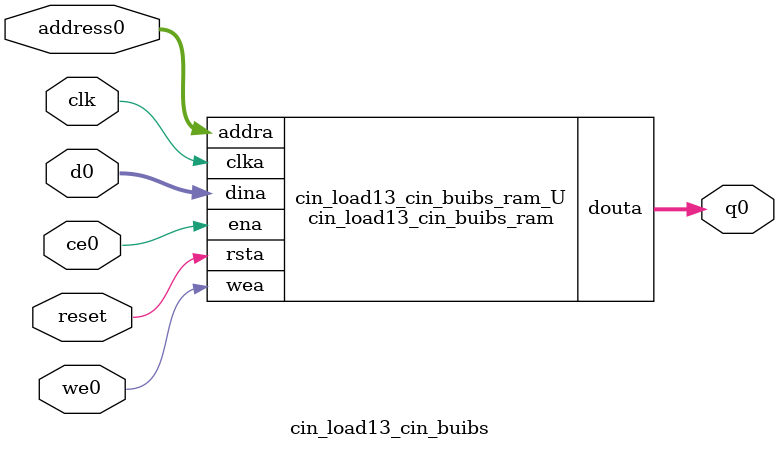
<source format=v>

`timescale 1ps/1ps
module cin_load13_cin_buibs_ram # (

  // Common module parameters
  parameter integer                 MEMORY_SIZE        = 2809856,
  parameter                         MEMORY_PRIMITIVE   = "ultra",
  parameter                         ECC_MODE           = "no_ecc",
  parameter                         MEMORY_INIT_FILE   = "none",
  parameter                         WAKEUP_TIME        = "disable_sleep",
  parameter integer                 MESSAGE_CONTROL    = 0,

  // Port A module parameters
  parameter integer                 WRITE_DATA_WIDTH_A = 512,
  parameter integer                 READ_DATA_WIDTH_A  = WRITE_DATA_WIDTH_A,
  parameter integer                 BYTE_WRITE_WIDTH_A = WRITE_DATA_WIDTH_A,
  parameter integer                 ADDR_WIDTH_A       = 13,
  parameter                         READ_RESET_VALUE_A = "0",
  parameter integer                 READ_LATENCY_A     = 2,
  parameter                         WRITE_MODE_A       = "read_first"

) (

  // Port A module ports
  input  wire                                               clka,
  input  wire                                               rsta,
  input  wire                                               ena,
  input  wire [(WRITE_DATA_WIDTH_A/BYTE_WRITE_WIDTH_A)-1:0] wea,
  input  wire [ADDR_WIDTH_A-1:0]                            addra,
  input  wire [WRITE_DATA_WIDTH_A-1:0]                      dina,
  output wire [READ_DATA_WIDTH_A-1:0]                       douta

);

// Set parameter values and connect ports to instantiate an XPM_MEMORY single port RAM configuration
xpm_memory_spram # (

  // Common module parameters
  .MEMORY_SIZE        (MEMORY_SIZE),   //positive integer
  .MEMORY_PRIMITIVE   (MEMORY_PRIMITIVE),      //string; "auto", "distributed", "block" or "ultra";
  .ECC_MODE           (ECC_MODE),      //do not change
  .MEMORY_INIT_FILE   (MEMORY_INIT_FILE), //string; "none" or "<filename>.mem" 
  .MEMORY_INIT_PARAM  (""), //string;
  .WAKEUP_TIME        (WAKEUP_TIME),      //string; "disable_sleep" or "use_sleep_pin"
  .MESSAGE_CONTROL    (MESSAGE_CONTROL),      //do not change

  // Port A module parameters
  .WRITE_DATA_WIDTH_A (WRITE_DATA_WIDTH_A),     //positive integer
  .READ_DATA_WIDTH_A  (READ_DATA_WIDTH_A),     //positive integer
  .BYTE_WRITE_WIDTH_A (BYTE_WRITE_WIDTH_A),     //integer; 8, 9, or WRITE_DATA_WIDTH_A value
  .ADDR_WIDTH_A       (ADDR_WIDTH_A),      //positive integer
  .READ_RESET_VALUE_A (READ_RESET_VALUE_A),  //string
  .READ_LATENCY_A     (READ_LATENCY_A),      //non-negative integer
  .WRITE_MODE_A       (WRITE_MODE_A)       //string; "write_first", "read_first", "no_change"

) xpm_memory_spram_inst (

  // Common module ports
  .sleep          (1'b0),  //do not change

  // Port A module ports
  .clka           (clka),
  .rsta           (rsta),
  .ena            (ena),
  .regcea         (ena),
  .wea            (wea),
  .addra          (addra),
  .dina           (dina),
  .injectsbiterra (1'b0),  //do not change
  .injectdbiterra (1'b0),  //do not change
  .douta          (douta),
  .sbiterra       (),      //do not change
  .dbiterra       ()       //do not change

);

endmodule : cin_load13_cin_buibs_ram
`timescale 1 ns / 1 ps
module cin_load13_cin_buibs(
    reset,
    clk,
    address0,
    ce0,
    we0,
    d0,
    q0);

parameter DataWidth = 32'd512;
parameter AddressRange = 32'd5488;
parameter AddressWidth = 32'd13;
input reset;
input clk;
input[AddressWidth - 1:0] address0;
input ce0;
input we0;
input[DataWidth - 1:0] d0;
output[DataWidth - 1:0] q0;



cin_load13_cin_buibs_ram cin_load13_cin_buibs_ram_U(
    .clka( clk ),
    .rsta( reset ),
    .addra( address0 ),
    .ena( ce0 ),
    .dina( d0 ),
    .wea( we0 ),
    .douta( q0 ));

endmodule


</source>
